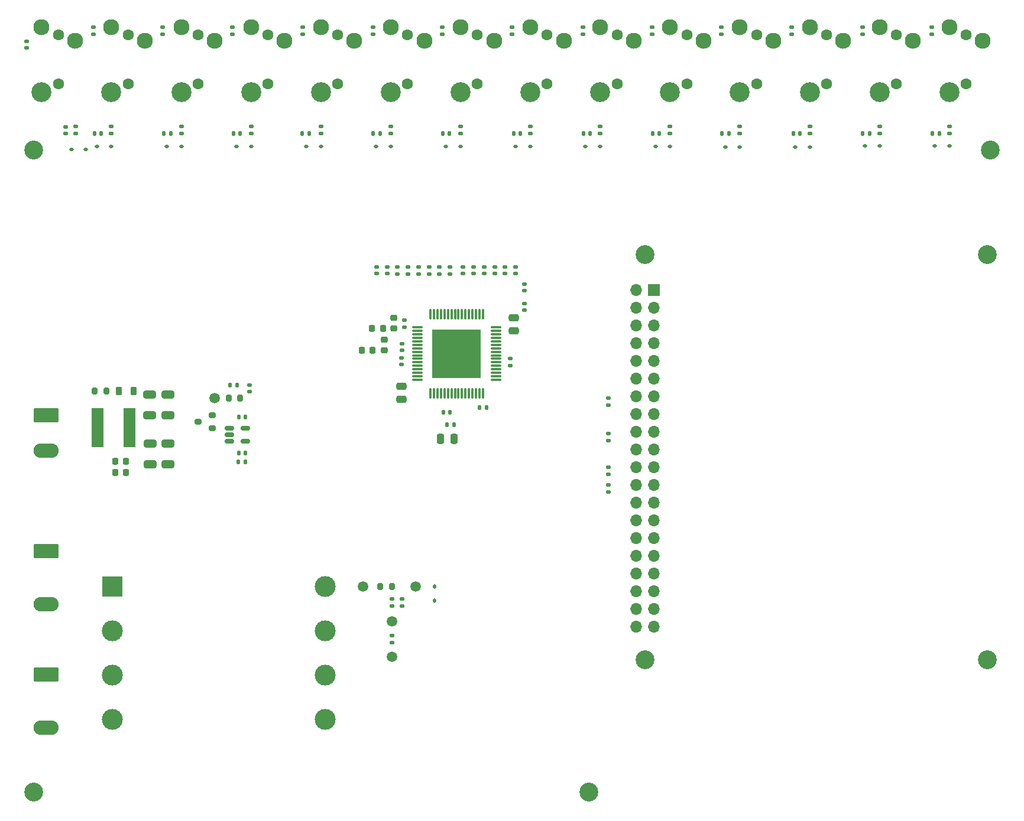
<source format=gts>
%TF.GenerationSoftware,KiCad,Pcbnew,7.0.1*%
%TF.CreationDate,2023-09-05T22:58:43-07:00*%
%TF.ProjectId,Power_Meter_RPi_Hat_HW,506f7765-725f-44d6-9574-65725f525069,rev?*%
%TF.SameCoordinates,PX686d660PY8f0d180*%
%TF.FileFunction,Soldermask,Top*%
%TF.FilePolarity,Negative*%
%FSLAX46Y46*%
G04 Gerber Fmt 4.6, Leading zero omitted, Abs format (unit mm)*
G04 Created by KiCad (PCBNEW 7.0.1) date 2023-09-05 22:58:43*
%MOMM*%
%LPD*%
G01*
G04 APERTURE LIST*
G04 Aperture macros list*
%AMRoundRect*
0 Rectangle with rounded corners*
0 $1 Rounding radius*
0 $2 $3 $4 $5 $6 $7 $8 $9 X,Y pos of 4 corners*
0 Add a 4 corners polygon primitive as box body*
4,1,4,$2,$3,$4,$5,$6,$7,$8,$9,$2,$3,0*
0 Add four circle primitives for the rounded corners*
1,1,$1+$1,$2,$3*
1,1,$1+$1,$4,$5*
1,1,$1+$1,$6,$7*
1,1,$1+$1,$8,$9*
0 Add four rect primitives between the rounded corners*
20,1,$1+$1,$2,$3,$4,$5,0*
20,1,$1+$1,$4,$5,$6,$7,0*
20,1,$1+$1,$6,$7,$8,$9,0*
20,1,$1+$1,$8,$9,$2,$3,0*%
G04 Aperture macros list end*
%ADD10C,1.600000*%
%ADD11C,2.300000*%
%ADD12C,2.850000*%
%ADD13C,1.500000*%
%ADD14RoundRect,0.200000X-0.200000X-0.275000X0.200000X-0.275000X0.200000X0.275000X-0.200000X0.275000X0*%
%ADD15RoundRect,0.218750X-0.218750X-0.381250X0.218750X-0.381250X0.218750X0.381250X-0.218750X0.381250X0*%
%ADD16R,1.700000X5.700000*%
%ADD17RoundRect,0.225000X0.225000X0.250000X-0.225000X0.250000X-0.225000X-0.250000X0.225000X-0.250000X0*%
%ADD18RoundRect,0.250000X-0.650000X0.325000X-0.650000X-0.325000X0.650000X-0.325000X0.650000X0.325000X0*%
%ADD19RoundRect,0.250000X0.650000X-0.325000X0.650000X0.325000X-0.650000X0.325000X-0.650000X-0.325000X0*%
%ADD20O,3.600000X2.080000*%
%ADD21RoundRect,0.249999X-1.550001X0.790001X-1.550001X-0.790001X1.550001X-0.790001X1.550001X0.790001X0*%
%ADD22RoundRect,0.250001X-1.549999X0.799999X-1.549999X-0.799999X1.549999X-0.799999X1.549999X0.799999X0*%
%ADD23O,3.600000X2.100000*%
%ADD24RoundRect,0.112500X-0.187500X-0.112500X0.187500X-0.112500X0.187500X0.112500X-0.187500X0.112500X0*%
%ADD25RoundRect,0.112500X0.187500X0.112500X-0.187500X0.112500X-0.187500X-0.112500X0.187500X-0.112500X0*%
%ADD26RoundRect,0.112500X-0.112500X0.187500X-0.112500X-0.187500X0.112500X-0.187500X0.112500X0.187500X0*%
%ADD27RoundRect,0.135000X-0.135000X-0.185000X0.135000X-0.185000X0.135000X0.185000X-0.135000X0.185000X0*%
%ADD28RoundRect,0.140000X-0.170000X0.140000X-0.170000X-0.140000X0.170000X-0.140000X0.170000X0.140000X0*%
%ADD29RoundRect,0.250000X0.475000X-0.250000X0.475000X0.250000X-0.475000X0.250000X-0.475000X-0.250000X0*%
%ADD30RoundRect,0.135000X-0.185000X0.135000X-0.185000X-0.135000X0.185000X-0.135000X0.185000X0.135000X0*%
%ADD31C,2.700000*%
%ADD32RoundRect,0.140000X0.170000X-0.140000X0.170000X0.140000X-0.170000X0.140000X-0.170000X-0.140000X0*%
%ADD33RoundRect,0.140000X0.140000X0.170000X-0.140000X0.170000X-0.140000X-0.170000X0.140000X-0.170000X0*%
%ADD34RoundRect,0.135000X0.185000X-0.135000X0.185000X0.135000X-0.185000X0.135000X-0.185000X-0.135000X0*%
%ADD35RoundRect,0.218750X-0.218750X-0.256250X0.218750X-0.256250X0.218750X0.256250X-0.218750X0.256250X0*%
%ADD36RoundRect,0.250000X0.250000X0.475000X-0.250000X0.475000X-0.250000X-0.475000X0.250000X-0.475000X0*%
%ADD37RoundRect,0.200000X0.300000X0.200000X-0.300000X0.200000X-0.300000X-0.200000X0.300000X-0.200000X0*%
%ADD38R,1.700000X1.700000*%
%ADD39O,1.700000X1.700000*%
%ADD40RoundRect,0.140000X-0.140000X-0.170000X0.140000X-0.170000X0.140000X0.170000X-0.140000X0.170000X0*%
%ADD41RoundRect,0.225000X0.250000X-0.225000X0.250000X0.225000X-0.250000X0.225000X-0.250000X-0.225000X0*%
%ADD42RoundRect,0.150000X-0.512500X-0.150000X0.512500X-0.150000X0.512500X0.150000X-0.512500X0.150000X0*%
%ADD43RoundRect,0.135000X0.135000X0.185000X-0.135000X0.185000X-0.135000X-0.185000X0.135000X-0.185000X0*%
%ADD44R,3.000000X3.000000*%
%ADD45C,3.000000*%
%ADD46R,7.000000X7.000000*%
%ADD47RoundRect,0.075000X0.662500X-0.075000X0.662500X0.075000X-0.662500X0.075000X-0.662500X-0.075000X0*%
%ADD48RoundRect,0.075000X0.075000X-0.662500X0.075000X0.662500X-0.075000X0.662500X-0.075000X-0.662500X0*%
G04 APERTURE END LIST*
D10*
%TO.C,J17*%
X6500000Y111500000D03*
X6500000Y104500000D03*
D11*
X8900000Y110700000D03*
X4100000Y112600000D03*
D12*
X4100000Y103300000D03*
%TD*%
D10*
%TO.C,J16*%
X16500000Y111500000D03*
X16500000Y104500000D03*
D11*
X18900000Y110700000D03*
X14100000Y112600000D03*
D12*
X14100000Y103300000D03*
%TD*%
D10*
%TO.C,J14*%
X26500000Y111500000D03*
X26500000Y104500000D03*
D11*
X28900000Y110700000D03*
X24100000Y112600000D03*
D12*
X24100000Y103300000D03*
%TD*%
D10*
%TO.C,J13*%
X36500000Y111500000D03*
X36500000Y104500000D03*
D11*
X38900000Y110700000D03*
X34100000Y112600000D03*
D12*
X34100000Y103300000D03*
%TD*%
D10*
%TO.C,J12*%
X46500000Y111500000D03*
X46500000Y104500000D03*
D11*
X48900000Y110700000D03*
X44100000Y112600000D03*
D12*
X44100000Y103300000D03*
%TD*%
D10*
%TO.C,J11*%
X56500000Y111500000D03*
X56500000Y104500000D03*
D11*
X58900000Y110700000D03*
X54100000Y112600000D03*
D12*
X54100000Y103300000D03*
%TD*%
D10*
%TO.C,J10*%
X66500000Y111500000D03*
X66500000Y104500000D03*
D11*
X68900000Y110700000D03*
X64100000Y112600000D03*
D12*
X64100000Y103300000D03*
%TD*%
D10*
%TO.C,J9*%
X76500000Y111500000D03*
X76500000Y104500000D03*
D11*
X78900000Y110700000D03*
X74100000Y112600000D03*
D12*
X74100000Y103300000D03*
%TD*%
D10*
%TO.C,J8*%
X86500000Y111500000D03*
X86500000Y104500000D03*
D11*
X88900000Y110700000D03*
X84100000Y112600000D03*
D12*
X84100000Y103300000D03*
%TD*%
D10*
%TO.C,J7*%
X96500000Y111500000D03*
X96500000Y104500000D03*
D11*
X98900000Y110700000D03*
X94100000Y112600000D03*
D12*
X94100000Y103300000D03*
%TD*%
D10*
%TO.C,J6*%
X106500000Y111500000D03*
X106500000Y104500000D03*
D11*
X108900000Y110700000D03*
X104100000Y112600000D03*
D12*
X104100000Y103300000D03*
%TD*%
D10*
%TO.C,J5*%
X116500000Y111500000D03*
X116500000Y104500000D03*
D11*
X118900000Y110700000D03*
X114100000Y112600000D03*
D12*
X114100000Y103300000D03*
%TD*%
D10*
%TO.C,J4*%
X126500000Y111500000D03*
X126500000Y104500000D03*
D11*
X128900000Y110700000D03*
X124100000Y112600000D03*
D12*
X124100000Y103300000D03*
%TD*%
D10*
%TO.C,J3*%
X136500000Y111500000D03*
X136500000Y104500000D03*
D11*
X138900000Y110700000D03*
X134100000Y112600000D03*
D12*
X134100000Y103300000D03*
%TD*%
D13*
%TO.C,TP4*%
X54250000Y22350000D03*
%TD*%
%TO.C,TP3*%
X54250000Y27500000D03*
%TD*%
D14*
%TO.C,R16*%
X11725000Y60500000D03*
X13375000Y60500000D03*
%TD*%
D15*
%TO.C,L2*%
X15125000Y60500000D03*
X17250000Y60500000D03*
%TD*%
D16*
%TO.C,L1*%
X12150000Y55250000D03*
X16650000Y55250000D03*
%TD*%
D17*
%TO.C,C66*%
X16200000Y50450000D03*
X14650000Y50450000D03*
%TD*%
%TO.C,C65*%
X16200000Y48800000D03*
X14650000Y48800000D03*
%TD*%
D18*
%TO.C,C64*%
X19650000Y52950000D03*
X19650000Y50000000D03*
%TD*%
%TO.C,C63*%
X22150000Y52950000D03*
X22150000Y50000000D03*
%TD*%
D19*
%TO.C,C62*%
X22150000Y57050000D03*
X22150000Y60000000D03*
%TD*%
%TO.C,C61*%
X19600000Y57050000D03*
X19600000Y60000000D03*
%TD*%
D20*
%TO.C,J18*%
X4777500Y51960000D03*
D21*
X4777500Y57040000D03*
%TD*%
D22*
%TO.C,J2*%
X4777500Y19810000D03*
D23*
X4777500Y12190000D03*
%TD*%
D22*
%TO.C,J1*%
X4777500Y37500000D03*
D23*
X4777500Y29880000D03*
%TD*%
D24*
%TO.C,D15*%
X8350000Y95150000D03*
X10450000Y95150000D03*
%TD*%
D25*
%TO.C,D14*%
X14100000Y95550000D03*
X12000000Y95550000D03*
%TD*%
%TO.C,D13*%
X24100000Y95500000D03*
X22000000Y95500000D03*
%TD*%
%TO.C,D12*%
X34100000Y95550000D03*
X32000000Y95550000D03*
%TD*%
%TO.C,D11*%
X44100000Y95500000D03*
X42000000Y95500000D03*
%TD*%
%TO.C,D10*%
X54100000Y95500000D03*
X52000000Y95500000D03*
%TD*%
%TO.C,D9*%
X64100000Y95500000D03*
X62000000Y95500000D03*
%TD*%
D26*
%TO.C,D8*%
X60400000Y32500000D03*
X60400000Y30400000D03*
%TD*%
D25*
%TO.C,D7*%
X74100000Y95550000D03*
X72000000Y95550000D03*
%TD*%
%TO.C,D6*%
X84100000Y95550000D03*
X82000000Y95550000D03*
%TD*%
%TO.C,D5*%
X94100000Y95500000D03*
X92000000Y95500000D03*
%TD*%
%TO.C,D4*%
X104100000Y95450000D03*
X102000000Y95450000D03*
%TD*%
%TO.C,D3*%
X114100000Y95450000D03*
X112000000Y95450000D03*
%TD*%
%TO.C,D2*%
X124100000Y95650000D03*
X122000000Y95650000D03*
%TD*%
%TO.C,D1*%
X134100000Y95650000D03*
X132000000Y95650000D03*
%TD*%
D27*
%TO.C,R14*%
X31050000Y61350000D03*
X32070000Y61350000D03*
%TD*%
D28*
%TO.C,C48*%
X21450000Y112600000D03*
X21450000Y111640000D03*
%TD*%
%TO.C,C25*%
X58080000Y78250000D03*
X58080000Y77290000D03*
%TD*%
D29*
%TO.C,C59*%
X55600000Y59300000D03*
X55600000Y61200000D03*
%TD*%
D30*
%TO.C,R12*%
X94100000Y98420000D03*
X94100000Y97400000D03*
%TD*%
D28*
%TO.C,C23*%
X61080000Y78250000D03*
X61080000Y77290000D03*
%TD*%
D31*
%TO.C,H4*%
X139500000Y80000000D03*
%TD*%
D28*
%TO.C,C27*%
X101400000Y112600000D03*
X101400000Y111640000D03*
%TD*%
D30*
%TO.C,R21*%
X44100000Y98420000D03*
X44100000Y97400000D03*
%TD*%
D32*
%TO.C,C57*%
X1950000Y110610000D03*
X1950000Y109650000D03*
%TD*%
D30*
%TO.C,R20*%
X54100000Y98420000D03*
X54100000Y97400000D03*
%TD*%
D31*
%TO.C,H8*%
X3000000Y3000000D03*
%TD*%
D28*
%TO.C,C45*%
X51550000Y112600000D03*
X51550000Y111640000D03*
%TD*%
D14*
%TO.C,R6*%
X30900000Y59500000D03*
X32550000Y59500000D03*
%TD*%
D31*
%TO.C,H1*%
X90500000Y80000000D03*
%TD*%
D33*
%TO.C,C8*%
X63130000Y55650000D03*
X62170000Y55650000D03*
%TD*%
D28*
%TO.C,C55*%
X11550000Y112600000D03*
X11550000Y111640000D03*
%TD*%
D13*
%TO.C,TP2*%
X57700000Y32500000D03*
%TD*%
D28*
%TO.C,C22*%
X62580000Y77290000D03*
X62580000Y78250000D03*
%TD*%
%TO.C,C21*%
X64480000Y77310000D03*
X64480000Y78270000D03*
%TD*%
D30*
%TO.C,R10*%
X114100000Y98420000D03*
X114100000Y97400000D03*
%TD*%
D28*
%TO.C,C20*%
X65980000Y77320000D03*
X65980000Y78280000D03*
%TD*%
D31*
%TO.C,H2*%
X90500000Y22000000D03*
%TD*%
D28*
%TO.C,C33*%
X81600000Y112600000D03*
X81600000Y111640000D03*
%TD*%
D34*
%TO.C,R5*%
X85300000Y48580000D03*
X85300000Y49600000D03*
%TD*%
D31*
%TO.C,H7*%
X82500000Y3000000D03*
%TD*%
D33*
%TO.C,C38*%
X92550000Y97400000D03*
X91590000Y97400000D03*
%TD*%
D30*
%TO.C,R25*%
X9000000Y98420000D03*
X9000000Y97400000D03*
%TD*%
%TO.C,R2*%
X85300000Y59510000D03*
X85300000Y58490000D03*
%TD*%
D28*
%TO.C,C16*%
X71980000Y77310000D03*
X71980000Y78270000D03*
%TD*%
%TO.C,C46*%
X41500000Y112600000D03*
X41500000Y111640000D03*
%TD*%
D33*
%TO.C,C51*%
X52560000Y97400000D03*
X51600000Y97400000D03*
%TD*%
D35*
%TO.C,FB1*%
X49925000Y66300000D03*
X51500000Y66300000D03*
%TD*%
D28*
%TO.C,C15*%
X73250000Y74840000D03*
X73250000Y75800000D03*
%TD*%
D32*
%TO.C,C58*%
X7550000Y97400000D03*
X7550000Y98360000D03*
%TD*%
D36*
%TO.C,C60*%
X63150000Y53650000D03*
X61250000Y53650000D03*
%TD*%
D28*
%TO.C,C41*%
X33900000Y61350000D03*
X33900000Y60390000D03*
%TD*%
D37*
%TO.C,Q1*%
X26550000Y56100000D03*
X28550000Y57050000D03*
X28550000Y55150000D03*
%TD*%
D28*
%TO.C,C43*%
X71450000Y112600000D03*
X71450000Y111640000D03*
%TD*%
D38*
%TO.C,J15*%
X91790000Y75000000D03*
D39*
X89250000Y75000000D03*
X91790000Y72460000D03*
X89250000Y72460000D03*
X91790000Y69920000D03*
X89250000Y69920000D03*
X91790000Y67380000D03*
X89250000Y67380000D03*
X91790000Y64840000D03*
X89250000Y64840000D03*
X91790000Y62300000D03*
X89250000Y62300000D03*
X91790000Y59760000D03*
X89250000Y59760000D03*
X91790000Y57220000D03*
X89250000Y57220000D03*
X91790000Y54680000D03*
X89250000Y54680000D03*
X91790000Y52140000D03*
X89250000Y52140000D03*
X91790000Y49600000D03*
X89250000Y49600000D03*
X91790000Y47060000D03*
X89250000Y47060000D03*
X91790000Y44520000D03*
X89250000Y44520000D03*
X91790000Y41980000D03*
X89250000Y41980000D03*
X91790000Y39440000D03*
X89250000Y39440000D03*
X91790000Y36900000D03*
X89250000Y36900000D03*
X91790000Y34360000D03*
X89250000Y34360000D03*
X91790000Y31820000D03*
X89250000Y31820000D03*
X91790000Y29280000D03*
X89250000Y29280000D03*
X91790000Y26740000D03*
X89250000Y26740000D03*
%TD*%
D30*
%TO.C,R22*%
X34100000Y98420000D03*
X34100000Y97400000D03*
%TD*%
D28*
%TO.C,C9*%
X55600000Y65250000D03*
X55600000Y64290000D03*
%TD*%
D33*
%TO.C,C56*%
X12650000Y97400000D03*
X11690000Y97400000D03*
%TD*%
D28*
%TO.C,C40*%
X54250000Y25400000D03*
X54250000Y24440000D03*
%TD*%
D40*
%TO.C,C11*%
X32340000Y51600000D03*
X33300000Y51600000D03*
%TD*%
D28*
%TO.C,C44*%
X61450000Y112600000D03*
X61450000Y111640000D03*
%TD*%
D13*
%TO.C,TP5*%
X50150000Y32500000D03*
%TD*%
D41*
%TO.C,C4*%
X53200000Y66300000D03*
X53200000Y67850000D03*
%TD*%
D33*
%TO.C,C54*%
X22600000Y97400000D03*
X21640000Y97400000D03*
%TD*%
%TO.C,C37*%
X102500000Y97400000D03*
X101540000Y97400000D03*
%TD*%
D30*
%TO.C,R13*%
X84100000Y98420000D03*
X84100000Y97400000D03*
%TD*%
%TO.C,R1*%
X85300000Y54420000D03*
X85300000Y53400000D03*
%TD*%
D33*
%TO.C,C52*%
X42400000Y97400000D03*
X41440000Y97400000D03*
%TD*%
D14*
%TO.C,R15*%
X52600000Y32500000D03*
X54250000Y32500000D03*
%TD*%
D28*
%TO.C,C47*%
X31450000Y112600000D03*
X31450000Y111640000D03*
%TD*%
D30*
%TO.C,R9*%
X124100000Y98420000D03*
X124100000Y97400000D03*
%TD*%
D34*
%TO.C,R17*%
X54250000Y29690000D03*
X54250000Y30710000D03*
%TD*%
D32*
%TO.C,C6*%
X56100000Y69650000D03*
X56100000Y70610000D03*
%TD*%
D29*
%TO.C,C3*%
X71700000Y69100000D03*
X71700000Y71000000D03*
%TD*%
D30*
%TO.C,R19*%
X64100000Y98420000D03*
X64100000Y97400000D03*
%TD*%
D42*
%TO.C,U2*%
X31025000Y55150000D03*
X31025000Y54200000D03*
X31025000Y53250000D03*
X33300000Y53250000D03*
X33300000Y55150000D03*
%TD*%
D28*
%TO.C,C42*%
X55750000Y30660000D03*
X55750000Y29700000D03*
%TD*%
%TO.C,C18*%
X68980000Y77310000D03*
X68980000Y78270000D03*
%TD*%
D31*
%TO.C,H5*%
X3000000Y95000000D03*
%TD*%
D32*
%TO.C,C7*%
X55750000Y66300000D03*
X55750000Y67260000D03*
%TD*%
D33*
%TO.C,C34*%
X132650000Y97400000D03*
X131690000Y97400000D03*
%TD*%
%TO.C,C39*%
X82650000Y97400000D03*
X81690000Y97400000D03*
%TD*%
D31*
%TO.C,H6*%
X140000000Y95000000D03*
%TD*%
D33*
%TO.C,C53*%
X32550000Y97400000D03*
X31590000Y97400000D03*
%TD*%
D35*
%TO.C,FB2*%
X51425000Y69450000D03*
X53000000Y69450000D03*
%TD*%
D28*
%TO.C,C14*%
X73250000Y72070000D03*
X73250000Y73030000D03*
%TD*%
D43*
%TO.C,R4*%
X67820000Y58150000D03*
X66800000Y58150000D03*
%TD*%
D28*
%TO.C,C17*%
X70480000Y77310000D03*
X70480000Y78270000D03*
%TD*%
%TO.C,C29*%
X56580000Y78250000D03*
X56580000Y77290000D03*
%TD*%
D41*
%TO.C,C5*%
X54550000Y69450000D03*
X54550000Y71000000D03*
%TD*%
D33*
%TO.C,C35*%
X122650000Y97400000D03*
X121690000Y97400000D03*
%TD*%
D44*
%TO.C,T1*%
X14200000Y32500000D03*
D45*
X14200000Y26150000D03*
X14200000Y19800000D03*
X14200000Y13450000D03*
X44680000Y32500000D03*
X44680000Y26150000D03*
X44680000Y19800000D03*
X44680000Y13450000D03*
%TD*%
D28*
%TO.C,C2*%
X71250000Y65100000D03*
X71250000Y64140000D03*
%TD*%
D34*
%TO.C,R3*%
X85300000Y46030000D03*
X85300000Y47050000D03*
%TD*%
D28*
%TO.C,C26*%
X111550000Y112600000D03*
X111550000Y111640000D03*
%TD*%
D30*
%TO.C,R18*%
X74100000Y98420000D03*
X74100000Y97400000D03*
%TD*%
%TO.C,R23*%
X24100000Y98420000D03*
X24100000Y97400000D03*
%TD*%
%TO.C,R8*%
X134100000Y98420000D03*
X134100000Y97400000D03*
%TD*%
D28*
%TO.C,C31*%
X53580000Y78270000D03*
X53580000Y77310000D03*
%TD*%
%TO.C,C32*%
X52080000Y78270000D03*
X52080000Y77310000D03*
%TD*%
D13*
%TO.C,TP1*%
X28900000Y59500000D03*
%TD*%
D33*
%TO.C,C50*%
X62500000Y97400000D03*
X61540000Y97400000D03*
%TD*%
D43*
%TO.C,R7*%
X33300000Y50350000D03*
X32280000Y50350000D03*
%TD*%
D33*
%TO.C,C49*%
X72650000Y97400000D03*
X71690000Y97400000D03*
%TD*%
D30*
%TO.C,R24*%
X14100000Y98420000D03*
X14100000Y97400000D03*
%TD*%
%TO.C,R11*%
X104100000Y98420000D03*
X104100000Y97400000D03*
%TD*%
D28*
%TO.C,C12*%
X131550000Y112600000D03*
X131550000Y111640000D03*
%TD*%
%TO.C,C19*%
X67480000Y77310000D03*
X67480000Y78270000D03*
%TD*%
D33*
%TO.C,C1*%
X62580000Y57450000D03*
X61620000Y57450000D03*
%TD*%
D28*
%TO.C,C30*%
X55080000Y78250000D03*
X55080000Y77290000D03*
%TD*%
%TO.C,C13*%
X121650000Y112600000D03*
X121650000Y111640000D03*
%TD*%
%TO.C,C28*%
X91500000Y112600000D03*
X91500000Y111640000D03*
%TD*%
D33*
%TO.C,C36*%
X112700000Y97400000D03*
X111740000Y97400000D03*
%TD*%
%TO.C,C10*%
X33300000Y56750000D03*
X32340000Y56750000D03*
%TD*%
D31*
%TO.C,H3*%
X139500000Y22000000D03*
%TD*%
D28*
%TO.C,C24*%
X59580000Y78250000D03*
X59580000Y77290000D03*
%TD*%
D46*
%TO.C,U1*%
X63550000Y65850000D03*
D47*
X57887500Y62100000D03*
X57887500Y62600000D03*
X57887500Y63100000D03*
X57887500Y63600000D03*
X57887500Y64100000D03*
X57887500Y64600000D03*
X57887500Y65100000D03*
X57887500Y65600000D03*
X57887500Y66100000D03*
X57887500Y66600000D03*
X57887500Y67100000D03*
X57887500Y67600000D03*
X57887500Y68100000D03*
X57887500Y68600000D03*
X57887500Y69100000D03*
X57887500Y69600000D03*
D48*
X59800000Y71512500D03*
X60300000Y71512500D03*
X60800000Y71512500D03*
X61300000Y71512500D03*
X61800000Y71512500D03*
X62300000Y71512500D03*
X62800000Y71512500D03*
X63300000Y71512500D03*
X63800000Y71512500D03*
X64300000Y71512500D03*
X64800000Y71512500D03*
X65300000Y71512500D03*
X65800000Y71512500D03*
X66300000Y71512500D03*
X66800000Y71512500D03*
X67300000Y71512500D03*
D47*
X69212500Y69600000D03*
X69212500Y69100000D03*
X69212500Y68600000D03*
X69212500Y68100000D03*
X69212500Y67600000D03*
X69212500Y67100000D03*
X69212500Y66600000D03*
X69212500Y66100000D03*
X69212500Y65600000D03*
X69212500Y65100000D03*
X69212500Y64600000D03*
X69212500Y64100000D03*
X69212500Y63600000D03*
X69212500Y63100000D03*
X69212500Y62600000D03*
X69212500Y62100000D03*
D48*
X67300000Y60187500D03*
X66800000Y60187500D03*
X66300000Y60187500D03*
X65800000Y60187500D03*
X65300000Y60187500D03*
X64800000Y60187500D03*
X64300000Y60187500D03*
X63800000Y60187500D03*
X63300000Y60187500D03*
X62800000Y60187500D03*
X62300000Y60187500D03*
X61800000Y60187500D03*
X61300000Y60187500D03*
X60800000Y60187500D03*
X60300000Y60187500D03*
X59800000Y60187500D03*
%TD*%
M02*

</source>
